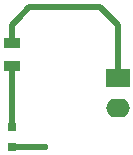
<source format=gtl>
G04*
G04 #@! TF.GenerationSoftware,Altium Limited,Altium Designer,20.0.13 (296)*
G04*
G04 Layer_Physical_Order=1*
G04 Layer_Color=255*
%FSLAX25Y25*%
%MOIN*%
G70*
G01*
G75*
%ADD13R,0.03150X0.03150*%
%ADD14R,0.05709X0.03740*%
%ADD19C,0.01968*%
%ADD20R,0.07874X0.06299*%
%ADD21O,0.07874X0.06299*%
%ADD22C,0.02362*%
D13*
X25591Y22343D02*
D03*
Y28839D02*
D03*
D14*
Y49311D02*
D03*
Y56988D02*
D03*
D19*
Y22343D02*
X36713D01*
X25591Y28839D02*
Y49311D01*
Y56988D02*
Y62992D01*
X27559Y64961D01*
Y64961D01*
X31496Y68898D01*
X55118D01*
X61024Y62992D01*
Y45276D02*
Y62992D01*
D20*
Y45276D02*
D03*
D21*
Y35276D02*
D03*
D22*
X36713Y22343D02*
D03*
M02*

</source>
